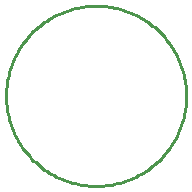
<source format=gbr>
G04 EAGLE Gerber RS-274X export*
G75*
%MOMM*%
%FSLAX34Y34*%
%LPD*%
%IN*%
%IPPOS*%
%AMOC8*
5,1,8,0,0,1.08239X$1,22.5*%
G01*
%ADD10C,0.254000*%


D10*
X76200Y-1197D02*
X76200Y1197D01*
X76125Y3590D01*
X75974Y5979D01*
X75749Y8363D01*
X75449Y10738D01*
X75075Y13103D01*
X74626Y15454D01*
X74104Y17791D01*
X73508Y20110D01*
X72840Y22409D01*
X72101Y24686D01*
X71290Y26938D01*
X70408Y29164D01*
X69458Y31361D01*
X68438Y33528D01*
X67351Y35661D01*
X66198Y37759D01*
X64979Y39819D01*
X63696Y41841D01*
X62351Y43821D01*
X60944Y45758D01*
X59476Y47649D01*
X57950Y49494D01*
X56367Y51290D01*
X54728Y53035D01*
X53035Y54728D01*
X51290Y56367D01*
X49494Y57950D01*
X47649Y59476D01*
X45758Y60944D01*
X43821Y62351D01*
X41841Y63696D01*
X39819Y64979D01*
X37759Y66198D01*
X35661Y67351D01*
X33528Y68438D01*
X31361Y69458D01*
X29164Y70408D01*
X26938Y71290D01*
X24686Y72101D01*
X22409Y72840D01*
X20110Y73508D01*
X17791Y74104D01*
X15454Y74626D01*
X13103Y75075D01*
X10738Y75449D01*
X8363Y75749D01*
X5979Y75974D01*
X3590Y76125D01*
X1197Y76200D01*
X-1197Y76200D01*
X-3590Y76125D01*
X-5979Y75974D01*
X-8363Y75749D01*
X-10738Y75449D01*
X-13103Y75075D01*
X-15454Y74626D01*
X-17791Y74104D01*
X-20110Y73508D01*
X-22409Y72840D01*
X-24686Y72101D01*
X-26938Y71290D01*
X-29164Y70408D01*
X-31361Y69458D01*
X-33528Y68438D01*
X-35661Y67351D01*
X-37759Y66198D01*
X-39819Y64979D01*
X-41841Y63696D01*
X-43821Y62351D01*
X-45758Y60944D01*
X-47649Y59476D01*
X-49494Y57950D01*
X-51290Y56367D01*
X-53035Y54728D01*
X-54728Y53035D01*
X-56367Y51290D01*
X-57950Y49494D01*
X-59476Y47649D01*
X-60944Y45758D01*
X-62351Y43821D01*
X-63696Y41841D01*
X-64979Y39819D01*
X-66198Y37759D01*
X-67351Y35661D01*
X-68438Y33528D01*
X-69458Y31361D01*
X-70408Y29164D01*
X-71290Y26938D01*
X-72101Y24686D01*
X-72840Y22409D01*
X-73508Y20110D01*
X-74104Y17791D01*
X-74626Y15454D01*
X-75075Y13103D01*
X-75449Y10738D01*
X-75749Y8363D01*
X-75974Y5979D01*
X-76125Y3590D01*
X-76200Y1197D01*
X-76200Y-1197D01*
X-76125Y-3590D01*
X-75974Y-5979D01*
X-75749Y-8363D01*
X-75449Y-10738D01*
X-75075Y-13103D01*
X-74626Y-15454D01*
X-74104Y-17791D01*
X-73508Y-20110D01*
X-72840Y-22409D01*
X-72101Y-24686D01*
X-71290Y-26938D01*
X-70408Y-29164D01*
X-69458Y-31361D01*
X-68438Y-33528D01*
X-67351Y-35661D01*
X-66198Y-37759D01*
X-64979Y-39819D01*
X-63696Y-41841D01*
X-62351Y-43821D01*
X-60944Y-45758D01*
X-59476Y-47649D01*
X-57950Y-49494D01*
X-56367Y-51290D01*
X-54728Y-53035D01*
X-53035Y-54728D01*
X-51290Y-56367D01*
X-49494Y-57950D01*
X-47649Y-59476D01*
X-45758Y-60944D01*
X-43821Y-62351D01*
X-41841Y-63696D01*
X-39819Y-64979D01*
X-37759Y-66198D01*
X-35661Y-67351D01*
X-33528Y-68438D01*
X-31361Y-69458D01*
X-29164Y-70408D01*
X-26938Y-71290D01*
X-24686Y-72101D01*
X-22409Y-72840D01*
X-20110Y-73508D01*
X-17791Y-74104D01*
X-15454Y-74626D01*
X-13103Y-75075D01*
X-10738Y-75449D01*
X-8363Y-75749D01*
X-5979Y-75974D01*
X-3590Y-76125D01*
X-1197Y-76200D01*
X1197Y-76200D01*
X3590Y-76125D01*
X5979Y-75974D01*
X8363Y-75749D01*
X10738Y-75449D01*
X13103Y-75075D01*
X15454Y-74626D01*
X17791Y-74104D01*
X20110Y-73508D01*
X22409Y-72840D01*
X24686Y-72101D01*
X26938Y-71290D01*
X29164Y-70408D01*
X31361Y-69458D01*
X33528Y-68438D01*
X35661Y-67351D01*
X37759Y-66198D01*
X39819Y-64979D01*
X41841Y-63696D01*
X43821Y-62351D01*
X45758Y-60944D01*
X47649Y-59476D01*
X49494Y-57950D01*
X51290Y-56367D01*
X53035Y-54728D01*
X54728Y-53035D01*
X56367Y-51290D01*
X57950Y-49494D01*
X59476Y-47649D01*
X60944Y-45758D01*
X62351Y-43821D01*
X63696Y-41841D01*
X64979Y-39819D01*
X66198Y-37759D01*
X67351Y-35661D01*
X68438Y-33528D01*
X69458Y-31361D01*
X70408Y-29164D01*
X71290Y-26938D01*
X72101Y-24686D01*
X72840Y-22409D01*
X73508Y-20110D01*
X74104Y-17791D01*
X74626Y-15454D01*
X75075Y-13103D01*
X75449Y-10738D01*
X75749Y-8363D01*
X75974Y-5979D01*
X76125Y-3590D01*
X76200Y-1197D01*
M02*

</source>
